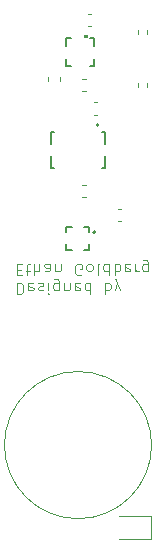
<source format=gbr>
%TF.GenerationSoftware,KiCad,Pcbnew,9.0.4*%
%TF.CreationDate,2025-10-31T11:16:09-04:00*%
%TF.ProjectId,Ethan PCB,45746861-6e20-4504-9342-2e6b69636164,rev?*%
%TF.SameCoordinates,Original*%
%TF.FileFunction,Legend,Bot*%
%TF.FilePolarity,Positive*%
%FSLAX46Y46*%
G04 Gerber Fmt 4.6, Leading zero omitted, Abs format (unit mm)*
G04 Created by KiCad (PCBNEW 9.0.4) date 2025-10-31 11:16:09*
%MOMM*%
%LPD*%
G01*
G04 APERTURE LIST*
%ADD10C,0.100000*%
%ADD11C,0.127000*%
%ADD12C,0.200000*%
%ADD13C,0.120000*%
%ADD14C,0.152400*%
%ADD15C,0.000000*%
G04 APERTURE END LIST*
D10*
X91303884Y-75737524D02*
X91303884Y-76737524D01*
X91303884Y-76737524D02*
X91541979Y-76737524D01*
X91541979Y-76737524D02*
X91684836Y-76689905D01*
X91684836Y-76689905D02*
X91780074Y-76594667D01*
X91780074Y-76594667D02*
X91827693Y-76499429D01*
X91827693Y-76499429D02*
X91875312Y-76308953D01*
X91875312Y-76308953D02*
X91875312Y-76166096D01*
X91875312Y-76166096D02*
X91827693Y-75975620D01*
X91827693Y-75975620D02*
X91780074Y-75880382D01*
X91780074Y-75880382D02*
X91684836Y-75785144D01*
X91684836Y-75785144D02*
X91541979Y-75737524D01*
X91541979Y-75737524D02*
X91303884Y-75737524D01*
X92684836Y-75785144D02*
X92589598Y-75737524D01*
X92589598Y-75737524D02*
X92399122Y-75737524D01*
X92399122Y-75737524D02*
X92303884Y-75785144D01*
X92303884Y-75785144D02*
X92256265Y-75880382D01*
X92256265Y-75880382D02*
X92256265Y-76261334D01*
X92256265Y-76261334D02*
X92303884Y-76356572D01*
X92303884Y-76356572D02*
X92399122Y-76404191D01*
X92399122Y-76404191D02*
X92589598Y-76404191D01*
X92589598Y-76404191D02*
X92684836Y-76356572D01*
X92684836Y-76356572D02*
X92732455Y-76261334D01*
X92732455Y-76261334D02*
X92732455Y-76166096D01*
X92732455Y-76166096D02*
X92256265Y-76070858D01*
X93113408Y-75785144D02*
X93208646Y-75737524D01*
X93208646Y-75737524D02*
X93399122Y-75737524D01*
X93399122Y-75737524D02*
X93494360Y-75785144D01*
X93494360Y-75785144D02*
X93541979Y-75880382D01*
X93541979Y-75880382D02*
X93541979Y-75928001D01*
X93541979Y-75928001D02*
X93494360Y-76023239D01*
X93494360Y-76023239D02*
X93399122Y-76070858D01*
X93399122Y-76070858D02*
X93256265Y-76070858D01*
X93256265Y-76070858D02*
X93161027Y-76118477D01*
X93161027Y-76118477D02*
X93113408Y-76213715D01*
X93113408Y-76213715D02*
X93113408Y-76261334D01*
X93113408Y-76261334D02*
X93161027Y-76356572D01*
X93161027Y-76356572D02*
X93256265Y-76404191D01*
X93256265Y-76404191D02*
X93399122Y-76404191D01*
X93399122Y-76404191D02*
X93494360Y-76356572D01*
X93970551Y-75737524D02*
X93970551Y-76404191D01*
X93970551Y-76737524D02*
X93922932Y-76689905D01*
X93922932Y-76689905D02*
X93970551Y-76642286D01*
X93970551Y-76642286D02*
X94018170Y-76689905D01*
X94018170Y-76689905D02*
X93970551Y-76737524D01*
X93970551Y-76737524D02*
X93970551Y-76642286D01*
X94875312Y-76404191D02*
X94875312Y-75594667D01*
X94875312Y-75594667D02*
X94827693Y-75499429D01*
X94827693Y-75499429D02*
X94780074Y-75451810D01*
X94780074Y-75451810D02*
X94684836Y-75404191D01*
X94684836Y-75404191D02*
X94541979Y-75404191D01*
X94541979Y-75404191D02*
X94446741Y-75451810D01*
X94875312Y-75785144D02*
X94780074Y-75737524D01*
X94780074Y-75737524D02*
X94589598Y-75737524D01*
X94589598Y-75737524D02*
X94494360Y-75785144D01*
X94494360Y-75785144D02*
X94446741Y-75832763D01*
X94446741Y-75832763D02*
X94399122Y-75928001D01*
X94399122Y-75928001D02*
X94399122Y-76213715D01*
X94399122Y-76213715D02*
X94446741Y-76308953D01*
X94446741Y-76308953D02*
X94494360Y-76356572D01*
X94494360Y-76356572D02*
X94589598Y-76404191D01*
X94589598Y-76404191D02*
X94780074Y-76404191D01*
X94780074Y-76404191D02*
X94875312Y-76356572D01*
X95351503Y-76404191D02*
X95351503Y-75737524D01*
X95351503Y-76308953D02*
X95399122Y-76356572D01*
X95399122Y-76356572D02*
X95494360Y-76404191D01*
X95494360Y-76404191D02*
X95637217Y-76404191D01*
X95637217Y-76404191D02*
X95732455Y-76356572D01*
X95732455Y-76356572D02*
X95780074Y-76261334D01*
X95780074Y-76261334D02*
X95780074Y-75737524D01*
X96637217Y-75785144D02*
X96541979Y-75737524D01*
X96541979Y-75737524D02*
X96351503Y-75737524D01*
X96351503Y-75737524D02*
X96256265Y-75785144D01*
X96256265Y-75785144D02*
X96208646Y-75880382D01*
X96208646Y-75880382D02*
X96208646Y-76261334D01*
X96208646Y-76261334D02*
X96256265Y-76356572D01*
X96256265Y-76356572D02*
X96351503Y-76404191D01*
X96351503Y-76404191D02*
X96541979Y-76404191D01*
X96541979Y-76404191D02*
X96637217Y-76356572D01*
X96637217Y-76356572D02*
X96684836Y-76261334D01*
X96684836Y-76261334D02*
X96684836Y-76166096D01*
X96684836Y-76166096D02*
X96208646Y-76070858D01*
X97541979Y-75737524D02*
X97541979Y-76737524D01*
X97541979Y-75785144D02*
X97446741Y-75737524D01*
X97446741Y-75737524D02*
X97256265Y-75737524D01*
X97256265Y-75737524D02*
X97161027Y-75785144D01*
X97161027Y-75785144D02*
X97113408Y-75832763D01*
X97113408Y-75832763D02*
X97065789Y-75928001D01*
X97065789Y-75928001D02*
X97065789Y-76213715D01*
X97065789Y-76213715D02*
X97113408Y-76308953D01*
X97113408Y-76308953D02*
X97161027Y-76356572D01*
X97161027Y-76356572D02*
X97256265Y-76404191D01*
X97256265Y-76404191D02*
X97446741Y-76404191D01*
X97446741Y-76404191D02*
X97541979Y-76356572D01*
X98780075Y-75737524D02*
X98780075Y-76737524D01*
X98780075Y-76356572D02*
X98875313Y-76404191D01*
X98875313Y-76404191D02*
X99065789Y-76404191D01*
X99065789Y-76404191D02*
X99161027Y-76356572D01*
X99161027Y-76356572D02*
X99208646Y-76308953D01*
X99208646Y-76308953D02*
X99256265Y-76213715D01*
X99256265Y-76213715D02*
X99256265Y-75928001D01*
X99256265Y-75928001D02*
X99208646Y-75832763D01*
X99208646Y-75832763D02*
X99161027Y-75785144D01*
X99161027Y-75785144D02*
X99065789Y-75737524D01*
X99065789Y-75737524D02*
X98875313Y-75737524D01*
X98875313Y-75737524D02*
X98780075Y-75785144D01*
X99589599Y-76404191D02*
X99827694Y-75737524D01*
X100065789Y-76404191D02*
X99827694Y-75737524D01*
X99827694Y-75737524D02*
X99732456Y-75499429D01*
X99732456Y-75499429D02*
X99684837Y-75451810D01*
X99684837Y-75451810D02*
X99589599Y-75404191D01*
X91303884Y-74651390D02*
X91637217Y-74651390D01*
X91780074Y-74127580D02*
X91303884Y-74127580D01*
X91303884Y-74127580D02*
X91303884Y-75127580D01*
X91303884Y-75127580D02*
X91780074Y-75127580D01*
X92065789Y-74794247D02*
X92446741Y-74794247D01*
X92208646Y-75127580D02*
X92208646Y-74270438D01*
X92208646Y-74270438D02*
X92256265Y-74175200D01*
X92256265Y-74175200D02*
X92351503Y-74127580D01*
X92351503Y-74127580D02*
X92446741Y-74127580D01*
X92780075Y-74127580D02*
X92780075Y-75127580D01*
X93208646Y-74127580D02*
X93208646Y-74651390D01*
X93208646Y-74651390D02*
X93161027Y-74746628D01*
X93161027Y-74746628D02*
X93065789Y-74794247D01*
X93065789Y-74794247D02*
X92922932Y-74794247D01*
X92922932Y-74794247D02*
X92827694Y-74746628D01*
X92827694Y-74746628D02*
X92780075Y-74699009D01*
X94113408Y-74127580D02*
X94113408Y-74651390D01*
X94113408Y-74651390D02*
X94065789Y-74746628D01*
X94065789Y-74746628D02*
X93970551Y-74794247D01*
X93970551Y-74794247D02*
X93780075Y-74794247D01*
X93780075Y-74794247D02*
X93684837Y-74746628D01*
X94113408Y-74175200D02*
X94018170Y-74127580D01*
X94018170Y-74127580D02*
X93780075Y-74127580D01*
X93780075Y-74127580D02*
X93684837Y-74175200D01*
X93684837Y-74175200D02*
X93637218Y-74270438D01*
X93637218Y-74270438D02*
X93637218Y-74365676D01*
X93637218Y-74365676D02*
X93684837Y-74460914D01*
X93684837Y-74460914D02*
X93780075Y-74508533D01*
X93780075Y-74508533D02*
X94018170Y-74508533D01*
X94018170Y-74508533D02*
X94113408Y-74556152D01*
X94589599Y-74794247D02*
X94589599Y-74127580D01*
X94589599Y-74699009D02*
X94637218Y-74746628D01*
X94637218Y-74746628D02*
X94732456Y-74794247D01*
X94732456Y-74794247D02*
X94875313Y-74794247D01*
X94875313Y-74794247D02*
X94970551Y-74746628D01*
X94970551Y-74746628D02*
X95018170Y-74651390D01*
X95018170Y-74651390D02*
X95018170Y-74127580D01*
X96780075Y-75079961D02*
X96684837Y-75127580D01*
X96684837Y-75127580D02*
X96541980Y-75127580D01*
X96541980Y-75127580D02*
X96399123Y-75079961D01*
X96399123Y-75079961D02*
X96303885Y-74984723D01*
X96303885Y-74984723D02*
X96256266Y-74889485D01*
X96256266Y-74889485D02*
X96208647Y-74699009D01*
X96208647Y-74699009D02*
X96208647Y-74556152D01*
X96208647Y-74556152D02*
X96256266Y-74365676D01*
X96256266Y-74365676D02*
X96303885Y-74270438D01*
X96303885Y-74270438D02*
X96399123Y-74175200D01*
X96399123Y-74175200D02*
X96541980Y-74127580D01*
X96541980Y-74127580D02*
X96637218Y-74127580D01*
X96637218Y-74127580D02*
X96780075Y-74175200D01*
X96780075Y-74175200D02*
X96827694Y-74222819D01*
X96827694Y-74222819D02*
X96827694Y-74556152D01*
X96827694Y-74556152D02*
X96637218Y-74556152D01*
X97399123Y-74127580D02*
X97303885Y-74175200D01*
X97303885Y-74175200D02*
X97256266Y-74222819D01*
X97256266Y-74222819D02*
X97208647Y-74318057D01*
X97208647Y-74318057D02*
X97208647Y-74603771D01*
X97208647Y-74603771D02*
X97256266Y-74699009D01*
X97256266Y-74699009D02*
X97303885Y-74746628D01*
X97303885Y-74746628D02*
X97399123Y-74794247D01*
X97399123Y-74794247D02*
X97541980Y-74794247D01*
X97541980Y-74794247D02*
X97637218Y-74746628D01*
X97637218Y-74746628D02*
X97684837Y-74699009D01*
X97684837Y-74699009D02*
X97732456Y-74603771D01*
X97732456Y-74603771D02*
X97732456Y-74318057D01*
X97732456Y-74318057D02*
X97684837Y-74222819D01*
X97684837Y-74222819D02*
X97637218Y-74175200D01*
X97637218Y-74175200D02*
X97541980Y-74127580D01*
X97541980Y-74127580D02*
X97399123Y-74127580D01*
X98303885Y-74127580D02*
X98208647Y-74175200D01*
X98208647Y-74175200D02*
X98161028Y-74270438D01*
X98161028Y-74270438D02*
X98161028Y-75127580D01*
X99113409Y-74127580D02*
X99113409Y-75127580D01*
X99113409Y-74175200D02*
X99018171Y-74127580D01*
X99018171Y-74127580D02*
X98827695Y-74127580D01*
X98827695Y-74127580D02*
X98732457Y-74175200D01*
X98732457Y-74175200D02*
X98684838Y-74222819D01*
X98684838Y-74222819D02*
X98637219Y-74318057D01*
X98637219Y-74318057D02*
X98637219Y-74603771D01*
X98637219Y-74603771D02*
X98684838Y-74699009D01*
X98684838Y-74699009D02*
X98732457Y-74746628D01*
X98732457Y-74746628D02*
X98827695Y-74794247D01*
X98827695Y-74794247D02*
X99018171Y-74794247D01*
X99018171Y-74794247D02*
X99113409Y-74746628D01*
X99589600Y-74127580D02*
X99589600Y-75127580D01*
X99589600Y-74746628D02*
X99684838Y-74794247D01*
X99684838Y-74794247D02*
X99875314Y-74794247D01*
X99875314Y-74794247D02*
X99970552Y-74746628D01*
X99970552Y-74746628D02*
X100018171Y-74699009D01*
X100018171Y-74699009D02*
X100065790Y-74603771D01*
X100065790Y-74603771D02*
X100065790Y-74318057D01*
X100065790Y-74318057D02*
X100018171Y-74222819D01*
X100018171Y-74222819D02*
X99970552Y-74175200D01*
X99970552Y-74175200D02*
X99875314Y-74127580D01*
X99875314Y-74127580D02*
X99684838Y-74127580D01*
X99684838Y-74127580D02*
X99589600Y-74175200D01*
X100875314Y-74175200D02*
X100780076Y-74127580D01*
X100780076Y-74127580D02*
X100589600Y-74127580D01*
X100589600Y-74127580D02*
X100494362Y-74175200D01*
X100494362Y-74175200D02*
X100446743Y-74270438D01*
X100446743Y-74270438D02*
X100446743Y-74651390D01*
X100446743Y-74651390D02*
X100494362Y-74746628D01*
X100494362Y-74746628D02*
X100589600Y-74794247D01*
X100589600Y-74794247D02*
X100780076Y-74794247D01*
X100780076Y-74794247D02*
X100875314Y-74746628D01*
X100875314Y-74746628D02*
X100922933Y-74651390D01*
X100922933Y-74651390D02*
X100922933Y-74556152D01*
X100922933Y-74556152D02*
X100446743Y-74460914D01*
X101351505Y-74127580D02*
X101351505Y-74794247D01*
X101351505Y-74603771D02*
X101399124Y-74699009D01*
X101399124Y-74699009D02*
X101446743Y-74746628D01*
X101446743Y-74746628D02*
X101541981Y-74794247D01*
X101541981Y-74794247D02*
X101637219Y-74794247D01*
X102399124Y-74794247D02*
X102399124Y-73984723D01*
X102399124Y-73984723D02*
X102351505Y-73889485D01*
X102351505Y-73889485D02*
X102303886Y-73841866D01*
X102303886Y-73841866D02*
X102208648Y-73794247D01*
X102208648Y-73794247D02*
X102065791Y-73794247D01*
X102065791Y-73794247D02*
X101970553Y-73841866D01*
X102399124Y-74175200D02*
X102303886Y-74127580D01*
X102303886Y-74127580D02*
X102113410Y-74127580D01*
X102113410Y-74127580D02*
X102018172Y-74175200D01*
X102018172Y-74175200D02*
X101970553Y-74222819D01*
X101970553Y-74222819D02*
X101922934Y-74318057D01*
X101922934Y-74318057D02*
X101922934Y-74603771D01*
X101922934Y-74603771D02*
X101970553Y-74699009D01*
X101970553Y-74699009D02*
X102018172Y-74746628D01*
X102018172Y-74746628D02*
X102113410Y-74794247D01*
X102113410Y-74794247D02*
X102303886Y-74794247D01*
X102303886Y-74794247D02*
X102399124Y-74746628D01*
D11*
%TO.C,U5*%
X94250000Y-63000000D02*
X94500000Y-63000000D01*
X94250000Y-64000000D02*
X94250000Y-63000000D01*
X94250000Y-65000000D02*
X94250000Y-66000000D01*
X94250000Y-66000000D02*
X94500000Y-66000000D01*
X98500000Y-66000000D02*
X98750000Y-66000000D01*
X98750000Y-63000000D02*
X98500000Y-63000000D01*
X98750000Y-64000000D02*
X98750000Y-63000000D01*
X98750000Y-66000000D02*
X98750000Y-65000000D01*
D12*
X98229000Y-62400000D02*
G75*
G02*
X98029000Y-62400000I-100000J0D01*
G01*
X98029000Y-62400000D02*
G75*
G02*
X98229000Y-62400000I100000J0D01*
G01*
D13*
%TO.C,C6*%
X93990000Y-58640580D02*
X93990000Y-58359420D01*
X95010000Y-58640580D02*
X95010000Y-58359420D01*
%TO.C,C7*%
X100140580Y-69490000D02*
X99859420Y-69490000D01*
X100140580Y-70510000D02*
X99859420Y-70510000D01*
%TO.C,R1*%
X101620000Y-54653641D02*
X101620000Y-54346359D01*
X102380000Y-54653641D02*
X102380000Y-54346359D01*
D14*
%TO.C,U2*%
X95503900Y-55045899D02*
X95879959Y-55045899D01*
X95503900Y-55671957D02*
X95503900Y-55045899D01*
X95503900Y-57408099D02*
X95503900Y-56782041D01*
X95879959Y-57408099D02*
X95503900Y-57408099D01*
X97490041Y-55045899D02*
X97866100Y-55045899D01*
X97866100Y-55045899D02*
X97866100Y-55671957D01*
X97866100Y-56782041D02*
X97866100Y-57408099D01*
X97866100Y-57408099D02*
X97490041Y-57408099D01*
D15*
G36*
X97375499Y-55072998D02*
G01*
X96994499Y-55072998D01*
X96994499Y-54818998D01*
X97375499Y-54818998D01*
X97375499Y-55072998D01*
G37*
D13*
%TO.C,C4*%
X96859420Y-58490000D02*
X97140580Y-58490000D01*
X96859420Y-59510000D02*
X97140580Y-59510000D01*
%TO.C,C3*%
X97140580Y-67490000D02*
X96859420Y-67490000D01*
X97140580Y-68510000D02*
X96859420Y-68510000D01*
D11*
%TO.C,U1*%
X95485000Y-71000000D02*
X95485000Y-71495000D01*
X95485000Y-72485000D02*
X95485000Y-72980000D01*
X95485000Y-72980000D02*
X95980000Y-72980000D01*
X95980000Y-71000000D02*
X95485000Y-71000000D01*
X96970000Y-72980000D02*
X97465000Y-72980000D01*
X97465000Y-71000000D02*
X96970000Y-71000000D01*
X97465000Y-71495000D02*
X97465000Y-71000000D01*
X97465000Y-72980000D02*
X97465000Y-72485000D01*
D12*
X97975000Y-71490000D02*
G75*
G02*
X97775000Y-71490000I-100000J0D01*
G01*
X97775000Y-71490000D02*
G75*
G02*
X97975000Y-71490000I100000J0D01*
G01*
D13*
%TO.C,C5*%
X97859420Y-60490000D02*
X98140580Y-60490000D01*
X97859420Y-61510000D02*
X98140580Y-61510000D01*
%TO.C,R2*%
X101620000Y-58846359D02*
X101620000Y-59153641D01*
X102380000Y-58846359D02*
X102380000Y-59153641D01*
%TO.C,D2*%
X100000000Y-95540000D02*
X102685000Y-95540000D01*
X102685000Y-95540000D02*
X102685000Y-97460000D01*
X102685000Y-97460000D02*
X100000000Y-97460000D01*
%TO.C,C2*%
X97359420Y-52990000D02*
X97640580Y-52990000D01*
X97359420Y-54010000D02*
X97640580Y-54010000D01*
%TO.C,BZ1*%
X102730000Y-89500000D02*
G75*
G02*
X90270000Y-89500000I-6230000J0D01*
G01*
X90270000Y-89500000D02*
G75*
G02*
X102730000Y-89500000I6230000J0D01*
G01*
%TD*%
M02*

</source>
